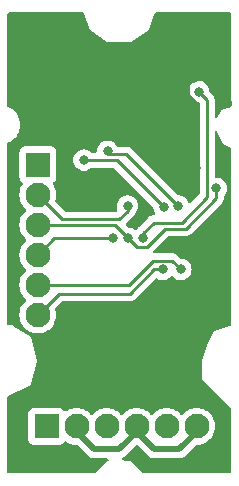
<source format=gbr>
%TF.GenerationSoftware,KiCad,Pcbnew,(6.0.6-0)*%
%TF.CreationDate,2023-05-31T20:28:53-07:00*%
%TF.ProjectId,HCT20,48435432-302e-46b6-9963-61645f706362,rev?*%
%TF.SameCoordinates,Original*%
%TF.FileFunction,Copper,L2,Bot*%
%TF.FilePolarity,Positive*%
%FSLAX46Y46*%
G04 Gerber Fmt 4.6, Leading zero omitted, Abs format (unit mm)*
G04 Created by KiCad (PCBNEW (6.0.6-0)) date 2023-05-31 20:28:53*
%MOMM*%
%LPD*%
G01*
G04 APERTURE LIST*
%TA.AperFunction,ComponentPad*%
%ADD10R,2.100000X2.100000*%
%TD*%
%TA.AperFunction,ComponentPad*%
%ADD11C,2.100000*%
%TD*%
%TA.AperFunction,ViaPad*%
%ADD12C,0.800000*%
%TD*%
%TA.AperFunction,Conductor*%
%ADD13C,0.250000*%
%TD*%
%TA.AperFunction,Conductor*%
%ADD14C,0.500000*%
%TD*%
G04 APERTURE END LIST*
D10*
%TO.P,J1,1,Pin_1*%
%TO.N,CHA*%
X103840000Y-95550000D03*
D11*
%TO.P,J1,2,Pin_2*%
%TO.N,Voffset2*%
X106380000Y-95550000D03*
%TO.P,J1,3,Pin_3*%
%TO.N,CHB*%
X108920000Y-95550000D03*
%TO.P,J1,4,Pin_4*%
%TO.N,Voffset2*%
X111460000Y-95550000D03*
%TO.P,J1,5,Pin_5*%
%TO.N,CHC*%
X114000000Y-95550000D03*
%TO.P,J1,6,Pin_6*%
%TO.N,Voffset2*%
X116540000Y-95550000D03*
%TD*%
D10*
%TO.P,J2,1,Pin_1*%
%TO.N,UDPI_PA0*%
X103100000Y-73400000D03*
D11*
%TO.P,J2,2,Pin_2*%
%TO.N,TX1_PA1*%
X103100000Y-75940000D03*
%TO.P,J2,3,Pin_3*%
%TO.N,RX1_PA2*%
X103100000Y-78480000D03*
%TO.P,J2,4,Pin_4*%
%TO.N,PA3*%
X103100000Y-81020000D03*
%TO.P,J2,5,Pin_5*%
%TO.N,TX0_PB2*%
X103100000Y-83560000D03*
%TO.P,J2,6,Pin_6*%
%TO.N,RX0_PB3*%
X103100000Y-86100000D03*
%TD*%
D12*
%TO.N,GND*%
X116500000Y-73700000D03*
X112900000Y-66200000D03*
X116700000Y-62500000D03*
X116800000Y-65700000D03*
X103000000Y-63200000D03*
%TO.N,PA3*%
X109482970Y-79625500D03*
%TO.N,TX1_PA1*%
X112022970Y-79625500D03*
X116700000Y-67200000D03*
X110700000Y-76900000D03*
%TO.N,RX1_PA2*%
X118200000Y-75400000D03*
X110752970Y-79625500D03*
%TO.N,TX0_PB2*%
X115200000Y-82249500D03*
%TO.N,RX0_PB3*%
X113653522Y-82249500D03*
%TO.N,SDA_PB1*%
X115000000Y-76900000D03*
X109000000Y-72275500D03*
%TO.N,SCL_PB0*%
X113800000Y-77000000D03*
X107000000Y-73000000D03*
%TD*%
D13*
%TO.N,GND*%
X116500000Y-73700000D02*
X116500000Y-68200000D01*
D14*
X112900000Y-66200000D02*
X115800000Y-66200000D01*
X106000000Y-66200000D02*
X103000000Y-63200000D01*
X112900000Y-66200000D02*
X106000000Y-66200000D01*
X116300000Y-66200000D02*
X116800000Y-65700000D01*
X112900000Y-66200000D02*
X116600000Y-62500000D01*
D13*
X116500000Y-68200000D02*
X115800000Y-67500000D01*
D14*
X116600000Y-62500000D02*
X116700000Y-62500000D01*
D13*
X115800000Y-67500000D02*
X115800000Y-66200000D01*
D14*
X115800000Y-66200000D02*
X116300000Y-66200000D01*
D13*
%TO.N,PA3*%
X109482970Y-79625500D02*
X104494500Y-79625500D01*
X104494500Y-79625500D02*
X103100000Y-81020000D01*
D14*
%TO.N,Voffset2*%
X107880000Y-97500000D02*
X109960000Y-97500000D01*
X111460000Y-96000000D02*
X112960000Y-97500000D01*
X109960000Y-97500000D02*
X111460000Y-96000000D01*
X106380000Y-96000000D02*
X107880000Y-97500000D01*
X115040000Y-97500000D02*
X116540000Y-96000000D01*
X112960000Y-97500000D02*
X115040000Y-97500000D01*
D13*
%TO.N,TX1_PA1*%
X110000000Y-78000000D02*
X105160000Y-78000000D01*
X117425000Y-67925000D02*
X117425000Y-76136701D01*
X112900000Y-78300000D02*
X112022970Y-79177030D01*
X110700000Y-77300000D02*
X110000000Y-78000000D01*
X116700000Y-67200000D02*
X117425000Y-67925000D01*
X105160000Y-78000000D02*
X103100000Y-75940000D01*
X117425000Y-76136701D02*
X115261701Y-78300000D01*
X115261701Y-78300000D02*
X112900000Y-78300000D01*
X110700000Y-76900000D02*
X110700000Y-77300000D01*
X112022970Y-79177030D02*
X112022970Y-79625500D01*
%TO.N,RX1_PA2*%
X118200000Y-75400000D02*
X118200000Y-76200000D01*
X111477970Y-80350500D02*
X110752970Y-79625500D01*
X118200000Y-76200000D02*
X115600000Y-78800000D01*
X110752970Y-79625500D02*
X109607470Y-78480000D01*
X112323275Y-80350500D02*
X111477970Y-80350500D01*
X115600000Y-78800000D02*
X113873775Y-78800000D01*
X109607470Y-78480000D02*
X103100000Y-78480000D01*
X113873775Y-78800000D02*
X112323275Y-80350500D01*
%TO.N,TX0_PB2*%
X112875500Y-81524500D02*
X110840000Y-83560000D01*
X110840000Y-83560000D02*
X103100000Y-83560000D01*
X115200000Y-82249500D02*
X114475000Y-81524500D01*
X114475000Y-81524500D02*
X112875500Y-81524500D01*
%TO.N,RX0_PB3*%
X104900000Y-84300000D02*
X103100000Y-86100000D01*
X110900000Y-84300000D02*
X104900000Y-84300000D01*
X113653522Y-82249500D02*
X112950500Y-82249500D01*
X112950500Y-82249500D02*
X110900000Y-84300000D01*
%TO.N,SDA_PB1*%
X115000000Y-76900000D02*
X110600000Y-72500000D01*
X110600000Y-72500000D02*
X109000000Y-72500000D01*
X109000000Y-72500000D02*
X109000000Y-72275500D01*
%TO.N,SCL_PB0*%
X113800000Y-77000000D02*
X109800000Y-73000000D01*
X109800000Y-73000000D02*
X107000000Y-73000000D01*
%TD*%
%TA.AperFunction,Conductor*%
%TO.N,GND*%
G36*
X106980138Y-60528502D02*
G01*
X107026631Y-60582158D01*
X107031551Y-60594655D01*
X107044833Y-60634500D01*
X107500000Y-62000000D01*
X107511581Y-62007720D01*
X107511581Y-62007721D01*
X108984477Y-62989652D01*
X108984479Y-62989653D01*
X109000000Y-63000000D01*
X111000000Y-63000000D01*
X111015521Y-62989653D01*
X111015523Y-62989652D01*
X111995125Y-62336583D01*
X112500000Y-62000000D01*
X112955167Y-60634500D01*
X112968449Y-60594655D01*
X113008966Y-60536355D01*
X113074571Y-60509216D01*
X113087983Y-60508500D01*
X119365500Y-60508500D01*
X119433621Y-60528502D01*
X119480114Y-60582158D01*
X119491500Y-60634500D01*
X119491500Y-67891377D01*
X119491498Y-67892147D01*
X119491024Y-67969721D01*
X119493491Y-67978352D01*
X119495149Y-67984154D01*
X119500000Y-68018779D01*
X119500000Y-68381888D01*
X119479998Y-68450009D01*
X119422218Y-68498297D01*
X119272072Y-68560489D01*
X119272068Y-68560491D01*
X119267498Y-68562384D01*
X119263278Y-68564970D01*
X119225708Y-68587993D01*
X119199718Y-68600094D01*
X118617186Y-68794271D01*
X118617185Y-68794272D01*
X118600000Y-68800000D01*
X118595238Y-68809524D01*
X118595237Y-68809525D01*
X118297198Y-69405604D01*
X118248843Y-69457588D01*
X118180060Y-69475177D01*
X118112686Y-69452786D01*
X118068113Y-69397526D01*
X118058500Y-69349255D01*
X118058500Y-68003767D01*
X118059027Y-67992584D01*
X118060702Y-67985091D01*
X118058562Y-67917000D01*
X118058500Y-67913043D01*
X118058500Y-67885144D01*
X118057996Y-67881153D01*
X118057063Y-67869311D01*
X118055923Y-67833036D01*
X118055674Y-67825111D01*
X118053462Y-67817497D01*
X118053461Y-67817492D01*
X118050023Y-67805659D01*
X118046012Y-67786295D01*
X118044467Y-67774064D01*
X118043474Y-67766203D01*
X118040557Y-67758836D01*
X118040556Y-67758831D01*
X118027198Y-67725092D01*
X118023354Y-67713865D01*
X118013230Y-67679022D01*
X118011018Y-67671407D01*
X118000707Y-67653972D01*
X117992012Y-67636224D01*
X117984552Y-67617383D01*
X117958564Y-67581613D01*
X117952048Y-67571693D01*
X117933580Y-67540465D01*
X117933578Y-67540462D01*
X117929542Y-67533638D01*
X117915221Y-67519317D01*
X117902380Y-67504283D01*
X117895132Y-67494307D01*
X117890472Y-67487893D01*
X117856401Y-67459707D01*
X117847622Y-67451718D01*
X117647122Y-67251218D01*
X117613096Y-67188906D01*
X117610907Y-67175293D01*
X117594232Y-67016635D01*
X117594232Y-67016633D01*
X117593542Y-67010072D01*
X117534527Y-66828444D01*
X117439040Y-66663056D01*
X117311253Y-66521134D01*
X117156752Y-66408882D01*
X117150724Y-66406198D01*
X117150722Y-66406197D01*
X116988319Y-66333891D01*
X116988318Y-66333891D01*
X116982288Y-66331206D01*
X116888888Y-66311353D01*
X116801944Y-66292872D01*
X116801939Y-66292872D01*
X116795487Y-66291500D01*
X116604513Y-66291500D01*
X116598061Y-66292872D01*
X116598056Y-66292872D01*
X116511112Y-66311353D01*
X116417712Y-66331206D01*
X116411682Y-66333891D01*
X116411681Y-66333891D01*
X116249278Y-66406197D01*
X116249276Y-66406198D01*
X116243248Y-66408882D01*
X116088747Y-66521134D01*
X115960960Y-66663056D01*
X115865473Y-66828444D01*
X115806458Y-67010072D01*
X115786496Y-67200000D01*
X115806458Y-67389928D01*
X115865473Y-67571556D01*
X115960960Y-67736944D01*
X115965378Y-67741851D01*
X115965379Y-67741852D01*
X116050602Y-67836502D01*
X116088747Y-67878866D01*
X116172359Y-67939614D01*
X116234953Y-67985091D01*
X116243248Y-67991118D01*
X116249276Y-67993802D01*
X116249278Y-67993803D01*
X116375949Y-68050200D01*
X116417712Y-68068794D01*
X116492732Y-68084740D01*
X116598056Y-68107128D01*
X116598061Y-68107128D01*
X116604513Y-68108500D01*
X116660405Y-68108500D01*
X116728526Y-68128502D01*
X116749500Y-68145405D01*
X116754595Y-68150500D01*
X116788621Y-68212812D01*
X116791500Y-68239595D01*
X116791500Y-75822107D01*
X116771498Y-75890228D01*
X116754595Y-75911202D01*
X116054181Y-76611616D01*
X115991869Y-76645642D01*
X115921054Y-76640577D01*
X115864218Y-76598030D01*
X115845255Y-76561460D01*
X115834527Y-76528444D01*
X115828362Y-76517765D01*
X115751951Y-76385419D01*
X115739040Y-76363056D01*
X115713307Y-76334476D01*
X115615675Y-76226045D01*
X115615674Y-76226044D01*
X115611253Y-76221134D01*
X115456752Y-76108882D01*
X115450724Y-76106198D01*
X115450722Y-76106197D01*
X115288319Y-76033891D01*
X115288318Y-76033891D01*
X115282288Y-76031206D01*
X115188888Y-76011353D01*
X115101944Y-75992872D01*
X115101939Y-75992872D01*
X115095487Y-75991500D01*
X115039594Y-75991500D01*
X114971473Y-75971498D01*
X114950499Y-75954595D01*
X111103652Y-72107747D01*
X111096112Y-72099461D01*
X111092000Y-72092982D01*
X111042348Y-72046356D01*
X111039507Y-72043602D01*
X111019770Y-72023865D01*
X111016573Y-72021385D01*
X111007551Y-72013680D01*
X110981100Y-71988841D01*
X110975321Y-71983414D01*
X110968375Y-71979595D01*
X110968372Y-71979593D01*
X110957566Y-71973652D01*
X110941047Y-71962801D01*
X110940583Y-71962441D01*
X110925041Y-71950386D01*
X110917772Y-71947241D01*
X110917768Y-71947238D01*
X110884463Y-71932826D01*
X110873813Y-71927609D01*
X110835060Y-71906305D01*
X110815437Y-71901267D01*
X110796734Y-71894863D01*
X110785420Y-71889967D01*
X110785419Y-71889967D01*
X110778145Y-71886819D01*
X110770322Y-71885580D01*
X110770312Y-71885577D01*
X110734476Y-71879901D01*
X110722856Y-71877495D01*
X110687711Y-71868472D01*
X110687710Y-71868472D01*
X110680030Y-71866500D01*
X110659776Y-71866500D01*
X110640065Y-71864949D01*
X110627886Y-71863020D01*
X110620057Y-71861780D01*
X110612165Y-71862526D01*
X110576039Y-71865941D01*
X110564181Y-71866500D01*
X109885655Y-71866500D01*
X109817534Y-71846498D01*
X109776536Y-71803501D01*
X109739040Y-71738556D01*
X109635541Y-71623608D01*
X109615675Y-71601545D01*
X109615674Y-71601544D01*
X109611253Y-71596634D01*
X109456752Y-71484382D01*
X109450724Y-71481698D01*
X109450722Y-71481697D01*
X109288319Y-71409391D01*
X109288318Y-71409391D01*
X109282288Y-71406706D01*
X109188888Y-71386853D01*
X109101944Y-71368372D01*
X109101939Y-71368372D01*
X109095487Y-71367000D01*
X108904513Y-71367000D01*
X108898061Y-71368372D01*
X108898056Y-71368372D01*
X108811112Y-71386853D01*
X108717712Y-71406706D01*
X108711682Y-71409391D01*
X108711681Y-71409391D01*
X108549278Y-71481697D01*
X108549276Y-71481698D01*
X108543248Y-71484382D01*
X108388747Y-71596634D01*
X108384326Y-71601544D01*
X108384325Y-71601545D01*
X108364460Y-71623608D01*
X108260960Y-71738556D01*
X108223464Y-71803501D01*
X108173543Y-71889967D01*
X108165473Y-71903944D01*
X108106458Y-72085572D01*
X108105768Y-72092133D01*
X108105768Y-72092135D01*
X108088790Y-72253671D01*
X108061777Y-72319327D01*
X108003555Y-72359957D01*
X107963480Y-72366500D01*
X107708200Y-72366500D01*
X107640079Y-72346498D01*
X107620853Y-72330157D01*
X107620580Y-72330460D01*
X107615668Y-72326037D01*
X107611253Y-72321134D01*
X107580057Y-72298469D01*
X107462094Y-72212763D01*
X107462093Y-72212762D01*
X107456752Y-72208882D01*
X107450724Y-72206198D01*
X107450722Y-72206197D01*
X107288319Y-72133891D01*
X107288318Y-72133891D01*
X107282288Y-72131206D01*
X107173960Y-72108180D01*
X107101944Y-72092872D01*
X107101939Y-72092872D01*
X107095487Y-72091500D01*
X106904513Y-72091500D01*
X106898061Y-72092872D01*
X106898056Y-72092872D01*
X106826040Y-72108180D01*
X106717712Y-72131206D01*
X106711682Y-72133891D01*
X106711681Y-72133891D01*
X106549278Y-72206197D01*
X106549276Y-72206198D01*
X106543248Y-72208882D01*
X106388747Y-72321134D01*
X106260960Y-72463056D01*
X106165473Y-72628444D01*
X106106458Y-72810072D01*
X106086496Y-73000000D01*
X106106458Y-73189928D01*
X106165473Y-73371556D01*
X106260960Y-73536944D01*
X106388747Y-73678866D01*
X106543248Y-73791118D01*
X106549276Y-73793802D01*
X106549278Y-73793803D01*
X106711681Y-73866109D01*
X106717712Y-73868794D01*
X106811112Y-73888647D01*
X106898056Y-73907128D01*
X106898061Y-73907128D01*
X106904513Y-73908500D01*
X107095487Y-73908500D01*
X107101939Y-73907128D01*
X107101944Y-73907128D01*
X107188888Y-73888647D01*
X107282288Y-73868794D01*
X107288319Y-73866109D01*
X107450722Y-73793803D01*
X107450724Y-73793802D01*
X107456752Y-73791118D01*
X107611253Y-73678866D01*
X107615668Y-73673963D01*
X107620580Y-73669540D01*
X107621705Y-73670789D01*
X107675014Y-73637949D01*
X107708200Y-73633500D01*
X109485406Y-73633500D01*
X109553527Y-73653502D01*
X109574501Y-73670405D01*
X112852878Y-76948782D01*
X112886904Y-77011094D01*
X112889092Y-77024703D01*
X112906458Y-77189928D01*
X112965473Y-77371556D01*
X113006059Y-77441852D01*
X113026115Y-77476590D01*
X113042853Y-77545585D01*
X113019633Y-77612677D01*
X112963826Y-77656564D01*
X112920954Y-77665528D01*
X112892002Y-77666438D01*
X112888044Y-77666500D01*
X112860144Y-77666500D01*
X112856154Y-77667004D01*
X112844320Y-77667936D01*
X112800111Y-77669326D01*
X112792497Y-77671538D01*
X112792492Y-77671539D01*
X112780659Y-77674977D01*
X112761296Y-77678988D01*
X112741203Y-77681526D01*
X112733836Y-77684443D01*
X112733831Y-77684444D01*
X112700092Y-77697802D01*
X112688865Y-77701646D01*
X112646407Y-77713982D01*
X112639581Y-77718019D01*
X112628972Y-77724293D01*
X112611224Y-77732988D01*
X112592383Y-77740448D01*
X112585967Y-77745110D01*
X112585966Y-77745110D01*
X112556613Y-77766436D01*
X112546693Y-77772952D01*
X112515465Y-77791420D01*
X112515462Y-77791422D01*
X112508638Y-77795458D01*
X112494317Y-77809779D01*
X112479284Y-77822619D01*
X112462893Y-77834528D01*
X112457842Y-77840633D01*
X112457837Y-77840638D01*
X112434701Y-77868604D01*
X112426713Y-77877382D01*
X111630717Y-78673378D01*
X111622431Y-78680918D01*
X111615952Y-78685030D01*
X111610527Y-78690807D01*
X111569327Y-78734681D01*
X111566572Y-78737523D01*
X111546835Y-78757260D01*
X111544355Y-78760457D01*
X111536652Y-78769477D01*
X111506384Y-78801709D01*
X111502565Y-78808655D01*
X111502563Y-78808658D01*
X111496622Y-78819464D01*
X111485771Y-78835983D01*
X111473356Y-78851989D01*
X111471580Y-78856094D01*
X111420808Y-78903500D01*
X111350958Y-78916205D01*
X111290190Y-78892845D01*
X111209722Y-78834382D01*
X111203694Y-78831698D01*
X111203692Y-78831697D01*
X111041289Y-78759391D01*
X111041288Y-78759391D01*
X111035258Y-78756706D01*
X110931639Y-78734681D01*
X110854914Y-78718372D01*
X110854909Y-78718372D01*
X110848457Y-78717000D01*
X110792564Y-78717000D01*
X110724443Y-78696998D01*
X110703469Y-78680095D01*
X110548734Y-78525360D01*
X110514708Y-78463048D01*
X110519773Y-78392233D01*
X110548734Y-78347170D01*
X111092247Y-77803657D01*
X111100537Y-77796113D01*
X111107018Y-77792000D01*
X111153659Y-77742332D01*
X111156413Y-77739491D01*
X111176134Y-77719770D01*
X111178612Y-77716575D01*
X111186318Y-77707553D01*
X111211158Y-77681101D01*
X111216586Y-77675321D01*
X111226346Y-77657568D01*
X111237194Y-77641052D01*
X111241088Y-77636031D01*
X111266592Y-77611314D01*
X111311253Y-77578866D01*
X111439040Y-77436944D01*
X111534527Y-77271556D01*
X111593542Y-77089928D01*
X111597882Y-77048641D01*
X111612814Y-76906565D01*
X111613504Y-76900000D01*
X111593542Y-76710072D01*
X111534527Y-76528444D01*
X111528362Y-76517765D01*
X111451951Y-76385419D01*
X111439040Y-76363056D01*
X111413307Y-76334476D01*
X111315675Y-76226045D01*
X111315674Y-76226044D01*
X111311253Y-76221134D01*
X111156752Y-76108882D01*
X111150724Y-76106198D01*
X111150722Y-76106197D01*
X110988319Y-76033891D01*
X110988318Y-76033891D01*
X110982288Y-76031206D01*
X110888888Y-76011353D01*
X110801944Y-75992872D01*
X110801939Y-75992872D01*
X110795487Y-75991500D01*
X110604513Y-75991500D01*
X110598061Y-75992872D01*
X110598056Y-75992872D01*
X110511112Y-76011353D01*
X110417712Y-76031206D01*
X110411682Y-76033891D01*
X110411681Y-76033891D01*
X110249278Y-76106197D01*
X110249276Y-76106198D01*
X110243248Y-76108882D01*
X110088747Y-76221134D01*
X110084326Y-76226044D01*
X110084325Y-76226045D01*
X109986694Y-76334476D01*
X109960960Y-76363056D01*
X109948049Y-76385419D01*
X109871639Y-76517765D01*
X109865473Y-76528444D01*
X109806458Y-76710072D01*
X109786496Y-76900000D01*
X109787186Y-76906565D01*
X109802119Y-77048641D01*
X109806458Y-77089928D01*
X109808498Y-77096206D01*
X109833536Y-77173266D01*
X109835563Y-77244234D01*
X109802798Y-77301297D01*
X109774500Y-77329595D01*
X109712188Y-77363621D01*
X109685405Y-77366500D01*
X105474594Y-77366500D01*
X105406473Y-77346498D01*
X105385499Y-77329595D01*
X104614656Y-76558752D01*
X104580630Y-76496440D01*
X104583918Y-76430719D01*
X104584909Y-76427670D01*
X104586805Y-76423092D01*
X104609488Y-76328611D01*
X104642917Y-76189370D01*
X104642918Y-76189364D01*
X104644072Y-76184557D01*
X104663319Y-75940000D01*
X104644072Y-75695443D01*
X104620248Y-75596206D01*
X104587960Y-75461720D01*
X104586805Y-75456908D01*
X104492927Y-75230268D01*
X104384168Y-75052788D01*
X104365630Y-74984255D01*
X104387087Y-74916578D01*
X104416035Y-74886128D01*
X104446820Y-74863056D01*
X104513261Y-74813261D01*
X104600615Y-74696705D01*
X104651745Y-74560316D01*
X104658500Y-74498134D01*
X104658500Y-72301866D01*
X104651745Y-72239684D01*
X104600615Y-72103295D01*
X104513261Y-71986739D01*
X104396705Y-71899385D01*
X104260316Y-71848255D01*
X104198134Y-71841500D01*
X102001866Y-71841500D01*
X101939684Y-71848255D01*
X101803295Y-71899385D01*
X101686739Y-71986739D01*
X101599385Y-72103295D01*
X101548255Y-72239684D01*
X101541500Y-72301866D01*
X101541500Y-74498134D01*
X101548255Y-74560316D01*
X101599385Y-74696705D01*
X101686739Y-74813261D01*
X101753180Y-74863056D01*
X101783965Y-74886128D01*
X101826479Y-74942988D01*
X101831504Y-75013806D01*
X101815832Y-75052788D01*
X101707073Y-75230268D01*
X101613195Y-75456908D01*
X101612040Y-75461720D01*
X101579753Y-75596206D01*
X101555928Y-75695443D01*
X101536681Y-75940000D01*
X101555928Y-76184557D01*
X101557082Y-76189364D01*
X101557083Y-76189370D01*
X101590512Y-76328611D01*
X101613195Y-76423092D01*
X101707073Y-76649732D01*
X101835248Y-76858896D01*
X101838463Y-76862660D01*
X101838465Y-76862663D01*
X101942161Y-76984074D01*
X101994567Y-77045433D01*
X101998323Y-77048641D01*
X102075069Y-77114189D01*
X102113878Y-77173640D01*
X102114384Y-77244635D01*
X102075069Y-77305811D01*
X101994567Y-77374567D01*
X101991359Y-77378323D01*
X101848503Y-77545585D01*
X101835248Y-77561104D01*
X101832660Y-77565327D01*
X101832658Y-77565330D01*
X101821985Y-77582747D01*
X101707073Y-77770268D01*
X101613195Y-77996908D01*
X101555928Y-78235443D01*
X101536681Y-78480000D01*
X101555928Y-78724557D01*
X101557082Y-78729364D01*
X101557083Y-78729370D01*
X101585019Y-78845729D01*
X101613195Y-78963092D01*
X101707073Y-79189732D01*
X101764354Y-79283207D01*
X101812926Y-79362469D01*
X101835248Y-79398896D01*
X101838463Y-79402660D01*
X101838465Y-79402663D01*
X101896323Y-79470405D01*
X101994567Y-79585433D01*
X101998323Y-79588641D01*
X102075069Y-79654189D01*
X102113878Y-79713640D01*
X102114384Y-79784635D01*
X102075069Y-79845811D01*
X101994567Y-79914567D01*
X101835248Y-80101104D01*
X101707073Y-80310268D01*
X101697598Y-80333143D01*
X101631959Y-80491609D01*
X101613195Y-80536908D01*
X101612040Y-80541720D01*
X101561669Y-80751532D01*
X101555928Y-80775443D01*
X101536681Y-81020000D01*
X101555928Y-81264557D01*
X101557082Y-81269364D01*
X101557083Y-81269370D01*
X101583483Y-81379334D01*
X101613195Y-81503092D01*
X101707073Y-81729732D01*
X101835248Y-81938896D01*
X101994567Y-82125433D01*
X101998323Y-82128641D01*
X102075069Y-82194189D01*
X102113878Y-82253640D01*
X102114384Y-82324635D01*
X102075069Y-82385811D01*
X102012292Y-82439428D01*
X101994567Y-82454567D01*
X101991359Y-82458323D01*
X101847483Y-82626779D01*
X101835248Y-82641104D01*
X101707073Y-82850268D01*
X101613195Y-83076908D01*
X101555928Y-83315443D01*
X101536681Y-83560000D01*
X101555928Y-83804557D01*
X101613195Y-84043092D01*
X101707073Y-84269732D01*
X101835248Y-84478896D01*
X101994567Y-84665433D01*
X101998323Y-84668641D01*
X102075069Y-84734189D01*
X102113878Y-84793640D01*
X102114384Y-84864635D01*
X102075069Y-84925811D01*
X102065994Y-84933562D01*
X101994567Y-84994567D01*
X101835248Y-85181104D01*
X101707073Y-85390268D01*
X101613195Y-85616908D01*
X101555928Y-85855443D01*
X101536681Y-86100000D01*
X101555928Y-86344557D01*
X101613195Y-86583092D01*
X101707073Y-86809732D01*
X101769753Y-86912017D01*
X101823669Y-87000000D01*
X101835248Y-87018896D01*
X101994567Y-87205433D01*
X102181104Y-87364752D01*
X102185327Y-87367340D01*
X102185330Y-87367342D01*
X102254515Y-87409738D01*
X102390268Y-87492927D01*
X102473046Y-87527215D01*
X102612335Y-87584911D01*
X102612337Y-87584912D01*
X102616908Y-87586805D01*
X102699563Y-87606649D01*
X102850630Y-87642917D01*
X102850636Y-87642918D01*
X102855443Y-87644072D01*
X103100000Y-87663319D01*
X103344557Y-87644072D01*
X103349364Y-87642918D01*
X103349370Y-87642917D01*
X103500437Y-87606649D01*
X103583092Y-87586805D01*
X103587663Y-87584912D01*
X103587665Y-87584911D01*
X103726954Y-87527215D01*
X103809732Y-87492927D01*
X103945485Y-87409738D01*
X104014670Y-87367342D01*
X104014673Y-87367340D01*
X104018896Y-87364752D01*
X104205433Y-87205433D01*
X104364752Y-87018896D01*
X104376332Y-87000000D01*
X104430247Y-86912017D01*
X104492927Y-86809732D01*
X104586805Y-86583092D01*
X104644072Y-86344557D01*
X104663319Y-86100000D01*
X104644072Y-85855443D01*
X104586805Y-85616908D01*
X104584909Y-85612330D01*
X104583918Y-85609281D01*
X104581890Y-85538313D01*
X104614656Y-85481248D01*
X105125499Y-84970405D01*
X105187811Y-84936379D01*
X105214594Y-84933500D01*
X110821233Y-84933500D01*
X110832416Y-84934027D01*
X110839909Y-84935702D01*
X110847835Y-84935453D01*
X110847836Y-84935453D01*
X110907986Y-84933562D01*
X110911945Y-84933500D01*
X110939856Y-84933500D01*
X110943791Y-84933003D01*
X110943856Y-84932995D01*
X110955693Y-84932062D01*
X110987951Y-84931048D01*
X110991970Y-84930922D01*
X110999889Y-84930673D01*
X111019343Y-84925021D01*
X111038700Y-84921013D01*
X111050930Y-84919468D01*
X111050931Y-84919468D01*
X111058797Y-84918474D01*
X111066168Y-84915555D01*
X111066170Y-84915555D01*
X111099912Y-84902196D01*
X111111142Y-84898351D01*
X111145983Y-84888229D01*
X111145984Y-84888229D01*
X111153593Y-84886018D01*
X111160412Y-84881985D01*
X111160417Y-84881983D01*
X111171028Y-84875707D01*
X111188776Y-84867012D01*
X111207617Y-84859552D01*
X111243387Y-84833564D01*
X111253307Y-84827048D01*
X111284535Y-84808580D01*
X111284538Y-84808578D01*
X111291362Y-84804542D01*
X111305683Y-84790221D01*
X111320717Y-84777380D01*
X111330694Y-84770131D01*
X111337107Y-84765472D01*
X111365298Y-84731395D01*
X111373288Y-84722616D01*
X113039213Y-83056692D01*
X113101525Y-83022666D01*
X113172341Y-83027731D01*
X113191308Y-83036668D01*
X113191428Y-83036737D01*
X113196770Y-83040618D01*
X113202797Y-83043301D01*
X113202798Y-83043302D01*
X113232873Y-83056692D01*
X113371234Y-83118294D01*
X113464635Y-83138147D01*
X113551578Y-83156628D01*
X113551583Y-83156628D01*
X113558035Y-83158000D01*
X113749009Y-83158000D01*
X113755461Y-83156628D01*
X113755466Y-83156628D01*
X113842409Y-83138147D01*
X113935810Y-83118294D01*
X114028765Y-83076908D01*
X114104244Y-83043303D01*
X114104246Y-83043302D01*
X114110274Y-83040618D01*
X114128012Y-83027731D01*
X114192219Y-82981081D01*
X114264775Y-82928366D01*
X114333126Y-82852454D01*
X114393571Y-82815216D01*
X114464555Y-82816568D01*
X114520396Y-82852454D01*
X114588747Y-82928366D01*
X114661303Y-82981081D01*
X114725511Y-83027731D01*
X114743248Y-83040618D01*
X114749276Y-83043302D01*
X114749278Y-83043303D01*
X114824757Y-83076908D01*
X114917712Y-83118294D01*
X115011113Y-83138147D01*
X115098056Y-83156628D01*
X115098061Y-83156628D01*
X115104513Y-83158000D01*
X115295487Y-83158000D01*
X115301939Y-83156628D01*
X115301944Y-83156628D01*
X115388887Y-83138147D01*
X115482288Y-83118294D01*
X115575243Y-83076908D01*
X115650722Y-83043303D01*
X115650724Y-83043302D01*
X115656752Y-83040618D01*
X115674490Y-83027731D01*
X115738697Y-82981081D01*
X115811253Y-82928366D01*
X115877457Y-82854839D01*
X115934621Y-82791352D01*
X115934622Y-82791351D01*
X115939040Y-82786444D01*
X116034527Y-82621056D01*
X116093542Y-82439428D01*
X116113504Y-82249500D01*
X116100464Y-82125433D01*
X116094232Y-82066135D01*
X116094232Y-82066133D01*
X116093542Y-82059572D01*
X116034527Y-81877944D01*
X115939040Y-81712556D01*
X115811253Y-81570634D01*
X115656752Y-81458382D01*
X115650724Y-81455698D01*
X115650722Y-81455697D01*
X115488319Y-81383391D01*
X115488318Y-81383391D01*
X115482288Y-81380706D01*
X115388887Y-81360853D01*
X115301944Y-81342372D01*
X115301939Y-81342372D01*
X115295487Y-81341000D01*
X115239595Y-81341000D01*
X115171474Y-81320998D01*
X115150500Y-81304095D01*
X114978652Y-81132247D01*
X114971112Y-81123961D01*
X114967000Y-81117482D01*
X114917348Y-81070856D01*
X114914507Y-81068102D01*
X114894770Y-81048365D01*
X114891573Y-81045885D01*
X114882551Y-81038180D01*
X114863191Y-81020000D01*
X114850321Y-81007914D01*
X114843375Y-81004095D01*
X114843372Y-81004093D01*
X114832566Y-80998152D01*
X114816047Y-80987301D01*
X114810178Y-80982749D01*
X114800041Y-80974886D01*
X114792772Y-80971741D01*
X114792768Y-80971738D01*
X114759463Y-80957326D01*
X114748813Y-80952109D01*
X114710060Y-80930805D01*
X114690437Y-80925767D01*
X114671734Y-80919363D01*
X114660420Y-80914467D01*
X114660419Y-80914467D01*
X114653145Y-80911319D01*
X114645322Y-80910080D01*
X114645312Y-80910077D01*
X114609476Y-80904401D01*
X114597856Y-80901995D01*
X114562711Y-80892972D01*
X114562710Y-80892972D01*
X114555030Y-80891000D01*
X114534776Y-80891000D01*
X114515065Y-80889449D01*
X114502886Y-80887520D01*
X114495057Y-80886280D01*
X114487165Y-80887026D01*
X114451039Y-80890441D01*
X114439181Y-80891000D01*
X112982869Y-80891000D01*
X112914748Y-80870998D01*
X112868255Y-80817342D01*
X112858151Y-80747068D01*
X112887645Y-80682488D01*
X112893774Y-80675905D01*
X113464350Y-80105330D01*
X114099275Y-79470405D01*
X114161587Y-79436379D01*
X114188370Y-79433500D01*
X115521233Y-79433500D01*
X115532416Y-79434027D01*
X115539909Y-79435702D01*
X115547835Y-79435453D01*
X115547836Y-79435453D01*
X115607986Y-79433562D01*
X115611945Y-79433500D01*
X115639856Y-79433500D01*
X115643791Y-79433003D01*
X115643856Y-79432995D01*
X115655693Y-79432062D01*
X115687951Y-79431048D01*
X115691970Y-79430922D01*
X115699889Y-79430673D01*
X115719343Y-79425021D01*
X115738700Y-79421013D01*
X115750930Y-79419468D01*
X115750931Y-79419468D01*
X115758797Y-79418474D01*
X115766168Y-79415555D01*
X115766170Y-79415555D01*
X115799912Y-79402196D01*
X115811142Y-79398351D01*
X115845983Y-79388229D01*
X115845984Y-79388229D01*
X115853593Y-79386018D01*
X115860412Y-79381985D01*
X115860417Y-79381983D01*
X115871028Y-79375707D01*
X115888776Y-79367012D01*
X115907617Y-79359552D01*
X115943387Y-79333564D01*
X115953307Y-79327048D01*
X115984535Y-79308580D01*
X115984538Y-79308578D01*
X115991362Y-79304542D01*
X116005683Y-79290221D01*
X116020717Y-79277380D01*
X116030694Y-79270131D01*
X116037107Y-79265472D01*
X116065298Y-79231395D01*
X116073288Y-79222616D01*
X118592247Y-76703657D01*
X118600537Y-76696113D01*
X118607018Y-76692000D01*
X118653659Y-76642332D01*
X118656413Y-76639491D01*
X118676134Y-76619770D01*
X118678612Y-76616575D01*
X118686318Y-76607553D01*
X118711158Y-76581101D01*
X118716586Y-76575321D01*
X118726346Y-76557568D01*
X118737199Y-76541045D01*
X118744753Y-76531306D01*
X118749613Y-76525041D01*
X118767176Y-76484457D01*
X118772383Y-76473827D01*
X118793695Y-76435060D01*
X118795666Y-76427383D01*
X118795668Y-76427378D01*
X118798732Y-76415442D01*
X118805138Y-76396730D01*
X118810033Y-76385419D01*
X118813181Y-76378145D01*
X118814421Y-76370317D01*
X118814423Y-76370310D01*
X118820099Y-76334476D01*
X118822505Y-76322856D01*
X118831528Y-76287711D01*
X118831528Y-76287710D01*
X118833500Y-76280030D01*
X118833500Y-76259776D01*
X118835051Y-76240065D01*
X118836980Y-76227886D01*
X118838220Y-76220057D01*
X118834059Y-76176038D01*
X118833500Y-76164181D01*
X118833500Y-76102524D01*
X118853502Y-76034403D01*
X118865858Y-76018221D01*
X118939040Y-75936944D01*
X119034527Y-75771556D01*
X119093542Y-75589928D01*
X119113504Y-75400000D01*
X119093542Y-75210072D01*
X119034527Y-75028444D01*
X118939040Y-74863056D01*
X118894205Y-74813261D01*
X118815675Y-74726045D01*
X118815674Y-74726044D01*
X118811253Y-74721134D01*
X118656752Y-74608882D01*
X118650724Y-74606198D01*
X118650722Y-74606197D01*
X118488319Y-74533891D01*
X118488318Y-74533891D01*
X118482288Y-74531206D01*
X118388887Y-74511353D01*
X118301944Y-74492872D01*
X118301939Y-74492872D01*
X118295487Y-74491500D01*
X118184500Y-74491500D01*
X118116379Y-74471498D01*
X118069886Y-74417842D01*
X118058500Y-74365500D01*
X118058500Y-70648774D01*
X118078502Y-70580653D01*
X118132158Y-70534160D01*
X118202432Y-70524056D01*
X118267012Y-70553550D01*
X118299384Y-70600308D01*
X118300000Y-70600000D01*
X118800000Y-71600000D01*
X119428014Y-71958865D01*
X119477235Y-72010028D01*
X119491500Y-72068263D01*
X119491500Y-72091946D01*
X119491479Y-72094255D01*
X119490753Y-72133891D01*
X119490210Y-72163498D01*
X119491247Y-72167303D01*
X119491500Y-72171378D01*
X119491500Y-86912017D01*
X119471498Y-86980138D01*
X119417842Y-87026631D01*
X119405345Y-87031551D01*
X118017186Y-87494271D01*
X118017185Y-87494272D01*
X118000000Y-87500000D01*
X117995238Y-87509524D01*
X117995237Y-87509525D01*
X117753240Y-87993520D01*
X117500000Y-88500000D01*
X117000000Y-90000000D01*
X117000000Y-91500000D01*
X119454595Y-93954595D01*
X119488621Y-94016907D01*
X119491500Y-94043690D01*
X119491500Y-99365500D01*
X119471498Y-99433621D01*
X119417842Y-99480114D01*
X119365500Y-99491500D01*
X112108623Y-99491500D01*
X112107853Y-99491498D01*
X112107222Y-99491494D01*
X112042520Y-99491099D01*
X111974524Y-99470681D01*
X111954196Y-99454196D01*
X111000000Y-98500000D01*
X110606957Y-98500000D01*
X110558739Y-98490409D01*
X110503164Y-98467389D01*
X110503162Y-98467388D01*
X110498591Y-98465495D01*
X110318548Y-98422271D01*
X110256979Y-98386919D01*
X110224296Y-98323892D01*
X110230876Y-98253201D01*
X110274630Y-98197290D01*
X110291547Y-98187087D01*
X110295052Y-98185332D01*
X110301937Y-98182833D01*
X110308057Y-98178820D01*
X110308062Y-98178818D01*
X110362976Y-98142814D01*
X110366680Y-98140477D01*
X110429107Y-98102595D01*
X110437484Y-98095197D01*
X110437508Y-98095224D01*
X110440500Y-98092571D01*
X110443733Y-98089868D01*
X110449852Y-98085856D01*
X110503128Y-98029617D01*
X110505506Y-98027175D01*
X111370905Y-97161776D01*
X111433217Y-97127750D01*
X111504032Y-97132815D01*
X111549095Y-97161776D01*
X112376230Y-97988911D01*
X112388616Y-98003323D01*
X112397149Y-98014918D01*
X112397154Y-98014923D01*
X112401492Y-98020818D01*
X112407070Y-98025557D01*
X112407073Y-98025560D01*
X112441768Y-98055035D01*
X112449284Y-98061965D01*
X112454979Y-98067660D01*
X112457861Y-98069940D01*
X112477251Y-98085281D01*
X112480655Y-98088072D01*
X112530703Y-98130591D01*
X112536285Y-98135333D01*
X112542801Y-98138661D01*
X112547850Y-98142028D01*
X112552979Y-98145195D01*
X112558716Y-98149734D01*
X112624875Y-98180655D01*
X112628769Y-98182558D01*
X112693808Y-98215769D01*
X112700916Y-98217508D01*
X112706559Y-98219607D01*
X112712322Y-98221524D01*
X112718950Y-98224622D01*
X112726112Y-98226112D01*
X112726113Y-98226112D01*
X112790412Y-98239486D01*
X112794696Y-98240456D01*
X112865610Y-98257808D01*
X112871212Y-98258156D01*
X112871215Y-98258156D01*
X112876764Y-98258500D01*
X112876762Y-98258536D01*
X112880755Y-98258775D01*
X112884947Y-98259149D01*
X112892115Y-98260640D01*
X112969520Y-98258546D01*
X112972928Y-98258500D01*
X114972930Y-98258500D01*
X114991880Y-98259933D01*
X115006115Y-98262099D01*
X115006119Y-98262099D01*
X115013349Y-98263199D01*
X115020641Y-98262606D01*
X115020644Y-98262606D01*
X115066018Y-98258915D01*
X115076233Y-98258500D01*
X115084293Y-98258500D01*
X115101680Y-98256473D01*
X115112507Y-98255211D01*
X115116882Y-98254778D01*
X115182339Y-98249454D01*
X115182342Y-98249453D01*
X115189637Y-98248860D01*
X115196601Y-98246604D01*
X115202560Y-98245413D01*
X115208415Y-98244029D01*
X115215681Y-98243182D01*
X115284327Y-98218265D01*
X115288455Y-98216848D01*
X115350936Y-98196607D01*
X115350938Y-98196606D01*
X115357899Y-98194351D01*
X115364154Y-98190555D01*
X115369628Y-98188049D01*
X115375058Y-98185330D01*
X115381937Y-98182833D01*
X115388061Y-98178818D01*
X115442976Y-98142814D01*
X115446680Y-98140477D01*
X115509107Y-98102595D01*
X115517484Y-98095197D01*
X115517508Y-98095224D01*
X115520500Y-98092571D01*
X115523733Y-98089868D01*
X115529852Y-98085856D01*
X115583128Y-98029617D01*
X115585506Y-98027175D01*
X116463020Y-97149661D01*
X116525332Y-97115635D01*
X116542229Y-97113144D01*
X116687062Y-97101745D01*
X116784557Y-97094072D01*
X116789364Y-97092918D01*
X116789370Y-97092917D01*
X116988003Y-97045229D01*
X117023092Y-97036805D01*
X117027663Y-97034912D01*
X117027665Y-97034911D01*
X117105033Y-97002864D01*
X117249732Y-96942927D01*
X117427212Y-96834168D01*
X117454670Y-96817342D01*
X117454673Y-96817340D01*
X117458896Y-96814752D01*
X117645433Y-96655433D01*
X117804752Y-96468896D01*
X117932927Y-96259732D01*
X118026805Y-96033092D01*
X118084072Y-95794557D01*
X118103319Y-95550000D01*
X118084072Y-95305443D01*
X118026805Y-95066908D01*
X117932927Y-94840268D01*
X117804752Y-94631104D01*
X117645433Y-94444567D01*
X117458896Y-94285248D01*
X117454673Y-94282660D01*
X117454670Y-94282658D01*
X117375209Y-94233965D01*
X117249732Y-94157073D01*
X117105033Y-94097136D01*
X117027665Y-94065089D01*
X117027663Y-94065088D01*
X117023092Y-94063195D01*
X116940437Y-94043351D01*
X116789370Y-94007083D01*
X116789364Y-94007082D01*
X116784557Y-94005928D01*
X116540000Y-93986681D01*
X116295443Y-94005928D01*
X116290636Y-94007082D01*
X116290630Y-94007083D01*
X116139563Y-94043351D01*
X116056908Y-94063195D01*
X116052337Y-94065088D01*
X116052335Y-94065089D01*
X115974967Y-94097136D01*
X115830268Y-94157073D01*
X115704791Y-94233965D01*
X115625330Y-94282658D01*
X115625327Y-94282660D01*
X115621104Y-94285248D01*
X115434567Y-94444567D01*
X115431359Y-94448323D01*
X115365811Y-94525069D01*
X115306360Y-94563878D01*
X115235365Y-94564384D01*
X115174189Y-94525069D01*
X115108641Y-94448323D01*
X115105433Y-94444567D01*
X114918896Y-94285248D01*
X114914673Y-94282660D01*
X114914670Y-94282658D01*
X114835209Y-94233965D01*
X114709732Y-94157073D01*
X114565033Y-94097136D01*
X114487665Y-94065089D01*
X114487663Y-94065088D01*
X114483092Y-94063195D01*
X114400437Y-94043351D01*
X114249370Y-94007083D01*
X114249364Y-94007082D01*
X114244557Y-94005928D01*
X114000000Y-93986681D01*
X113755443Y-94005928D01*
X113750636Y-94007082D01*
X113750630Y-94007083D01*
X113599563Y-94043351D01*
X113516908Y-94063195D01*
X113512337Y-94065088D01*
X113512335Y-94065089D01*
X113434967Y-94097136D01*
X113290268Y-94157073D01*
X113164791Y-94233965D01*
X113085330Y-94282658D01*
X113085327Y-94282660D01*
X113081104Y-94285248D01*
X112894567Y-94444567D01*
X112891359Y-94448323D01*
X112825811Y-94525069D01*
X112766360Y-94563878D01*
X112695365Y-94564384D01*
X112634189Y-94525069D01*
X112568641Y-94448323D01*
X112565433Y-94444567D01*
X112378896Y-94285248D01*
X112374673Y-94282660D01*
X112374670Y-94282658D01*
X112295209Y-94233965D01*
X112169732Y-94157073D01*
X112025033Y-94097136D01*
X111947665Y-94065089D01*
X111947663Y-94065088D01*
X111943092Y-94063195D01*
X111860437Y-94043351D01*
X111709370Y-94007083D01*
X111709364Y-94007082D01*
X111704557Y-94005928D01*
X111460000Y-93986681D01*
X111215443Y-94005928D01*
X111210636Y-94007082D01*
X111210630Y-94007083D01*
X111059563Y-94043351D01*
X110976908Y-94063195D01*
X110972337Y-94065088D01*
X110972335Y-94065089D01*
X110894967Y-94097136D01*
X110750268Y-94157073D01*
X110624791Y-94233965D01*
X110545330Y-94282658D01*
X110545327Y-94282660D01*
X110541104Y-94285248D01*
X110354567Y-94444567D01*
X110351359Y-94448323D01*
X110285811Y-94525069D01*
X110226360Y-94563878D01*
X110155365Y-94564384D01*
X110094189Y-94525069D01*
X110028641Y-94448323D01*
X110025433Y-94444567D01*
X109838896Y-94285248D01*
X109834673Y-94282660D01*
X109834670Y-94282658D01*
X109755209Y-94233965D01*
X109629732Y-94157073D01*
X109485033Y-94097136D01*
X109407665Y-94065089D01*
X109407663Y-94065088D01*
X109403092Y-94063195D01*
X109320437Y-94043351D01*
X109169370Y-94007083D01*
X109169364Y-94007082D01*
X109164557Y-94005928D01*
X108920000Y-93986681D01*
X108675443Y-94005928D01*
X108670636Y-94007082D01*
X108670630Y-94007083D01*
X108519563Y-94043351D01*
X108436908Y-94063195D01*
X108432337Y-94065088D01*
X108432335Y-94065089D01*
X108354967Y-94097136D01*
X108210268Y-94157073D01*
X108084791Y-94233965D01*
X108005330Y-94282658D01*
X108005327Y-94282660D01*
X108001104Y-94285248D01*
X107814567Y-94444567D01*
X107811359Y-94448323D01*
X107745811Y-94525069D01*
X107686360Y-94563878D01*
X107615365Y-94564384D01*
X107554189Y-94525069D01*
X107488641Y-94448323D01*
X107485433Y-94444567D01*
X107298896Y-94285248D01*
X107294673Y-94282660D01*
X107294670Y-94282658D01*
X107215209Y-94233965D01*
X107089732Y-94157073D01*
X106945033Y-94097136D01*
X106867665Y-94065089D01*
X106867663Y-94065088D01*
X106863092Y-94063195D01*
X106780437Y-94043351D01*
X106629370Y-94007083D01*
X106629364Y-94007082D01*
X106624557Y-94005928D01*
X106380000Y-93986681D01*
X106135443Y-94005928D01*
X106130636Y-94007082D01*
X106130630Y-94007083D01*
X105979563Y-94043351D01*
X105896908Y-94063195D01*
X105892337Y-94065088D01*
X105892335Y-94065089D01*
X105814967Y-94097136D01*
X105670268Y-94157073D01*
X105544791Y-94233965D01*
X105492788Y-94265832D01*
X105424255Y-94284370D01*
X105356578Y-94262913D01*
X105326128Y-94233965D01*
X105320918Y-94227013D01*
X105253261Y-94136739D01*
X105136705Y-94049385D01*
X105000316Y-93998255D01*
X104938134Y-93991500D01*
X102741866Y-93991500D01*
X102679684Y-93998255D01*
X102543295Y-94049385D01*
X102426739Y-94136739D01*
X102339385Y-94253295D01*
X102288255Y-94389684D01*
X102281500Y-94451866D01*
X102281500Y-96648134D01*
X102288255Y-96710316D01*
X102339385Y-96846705D01*
X102426739Y-96963261D01*
X102543295Y-97050615D01*
X102679684Y-97101745D01*
X102741866Y-97108500D01*
X104938134Y-97108500D01*
X105000316Y-97101745D01*
X105136705Y-97050615D01*
X105253261Y-96963261D01*
X105326128Y-96866035D01*
X105382988Y-96823521D01*
X105453806Y-96818496D01*
X105492789Y-96834168D01*
X105670268Y-96942927D01*
X105814967Y-97002864D01*
X105892335Y-97034911D01*
X105892337Y-97034912D01*
X105896908Y-97036805D01*
X105931997Y-97045229D01*
X106130630Y-97092917D01*
X106130636Y-97092918D01*
X106135443Y-97094072D01*
X106232938Y-97101745D01*
X106377771Y-97113144D01*
X106444112Y-97138430D01*
X106456980Y-97149661D01*
X107296230Y-97988911D01*
X107308616Y-98003323D01*
X107317149Y-98014918D01*
X107317154Y-98014923D01*
X107321492Y-98020818D01*
X107327070Y-98025557D01*
X107327073Y-98025560D01*
X107361768Y-98055035D01*
X107369284Y-98061965D01*
X107374979Y-98067660D01*
X107377861Y-98069940D01*
X107397251Y-98085281D01*
X107400655Y-98088072D01*
X107450703Y-98130591D01*
X107456285Y-98135333D01*
X107462801Y-98138661D01*
X107467850Y-98142028D01*
X107472979Y-98145195D01*
X107478716Y-98149734D01*
X107544875Y-98180655D01*
X107548769Y-98182558D01*
X107613808Y-98215769D01*
X107620916Y-98217508D01*
X107626559Y-98219607D01*
X107632322Y-98221524D01*
X107638950Y-98224622D01*
X107646112Y-98226112D01*
X107646113Y-98226112D01*
X107710412Y-98239486D01*
X107714696Y-98240456D01*
X107785610Y-98257808D01*
X107791212Y-98258156D01*
X107791215Y-98258156D01*
X107796764Y-98258500D01*
X107796762Y-98258536D01*
X107800755Y-98258775D01*
X107804947Y-98259149D01*
X107812115Y-98260640D01*
X107889520Y-98258546D01*
X107892928Y-98258500D01*
X108964240Y-98258500D01*
X109032361Y-98278502D01*
X109078854Y-98332158D01*
X109088958Y-98402432D01*
X109059464Y-98467012D01*
X109008134Y-98500000D01*
X109000000Y-98500000D01*
X108045115Y-99454885D01*
X107982803Y-99488911D01*
X107955253Y-99491788D01*
X107941492Y-99491704D01*
X107940712Y-99491671D01*
X107939614Y-99491500D01*
X107908623Y-99491500D01*
X107907853Y-99491498D01*
X107834215Y-99491048D01*
X107834214Y-99491048D01*
X107830279Y-99491024D01*
X107828935Y-99491408D01*
X107827590Y-99491500D01*
X100634500Y-99491500D01*
X100566379Y-99471498D01*
X100519886Y-99417842D01*
X100508500Y-99365500D01*
X100508500Y-93073623D01*
X100528502Y-93005502D01*
X100578151Y-92960925D01*
X102483798Y-92008101D01*
X102500000Y-92000000D01*
X103000000Y-90000000D01*
X102500000Y-88000000D01*
X102490280Y-87993520D01*
X101015523Y-87010348D01*
X101015521Y-87010347D01*
X101000000Y-87000000D01*
X100634500Y-87000000D01*
X100566379Y-86979998D01*
X100519886Y-86926342D01*
X100508500Y-86874000D01*
X100508500Y-72108623D01*
X100508502Y-72107853D01*
X100508638Y-72085572D01*
X100508976Y-72030279D01*
X100504851Y-72015846D01*
X100500000Y-71981221D01*
X100500000Y-71618112D01*
X100520002Y-71549991D01*
X100577782Y-71501703D01*
X100727928Y-71439511D01*
X100727932Y-71439509D01*
X100732502Y-71437616D01*
X100948376Y-71305328D01*
X101140898Y-71140898D01*
X101305328Y-70948376D01*
X101437616Y-70732502D01*
X101472298Y-70648774D01*
X101532611Y-70503164D01*
X101532612Y-70503162D01*
X101534505Y-70498591D01*
X101593609Y-70252403D01*
X101613474Y-70000000D01*
X101593609Y-69747597D01*
X101534505Y-69501409D01*
X101532611Y-69496836D01*
X101439511Y-69272072D01*
X101439509Y-69272068D01*
X101437616Y-69267498D01*
X101305328Y-69051624D01*
X101140898Y-68859102D01*
X100948376Y-68694672D01*
X100732502Y-68562384D01*
X100727932Y-68560491D01*
X100727928Y-68560489D01*
X100577782Y-68498297D01*
X100522501Y-68453749D01*
X100500000Y-68381888D01*
X100500000Y-68024153D01*
X100503733Y-67999681D01*
X100503009Y-67999564D01*
X100504444Y-67990706D01*
X100507121Y-67982136D01*
X100507763Y-67947095D01*
X100507953Y-67943126D01*
X100508500Y-67939614D01*
X100508500Y-67908054D01*
X100508521Y-67905745D01*
X100509626Y-67845475D01*
X100509626Y-67845472D01*
X100509790Y-67836502D01*
X100508753Y-67832697D01*
X100508500Y-67828622D01*
X100508500Y-60634500D01*
X100528502Y-60566379D01*
X100582158Y-60519886D01*
X100634500Y-60508500D01*
X106912017Y-60508500D01*
X106980138Y-60528502D01*
G37*
%TD.AperFunction*%
%TD*%
M02*

</source>
